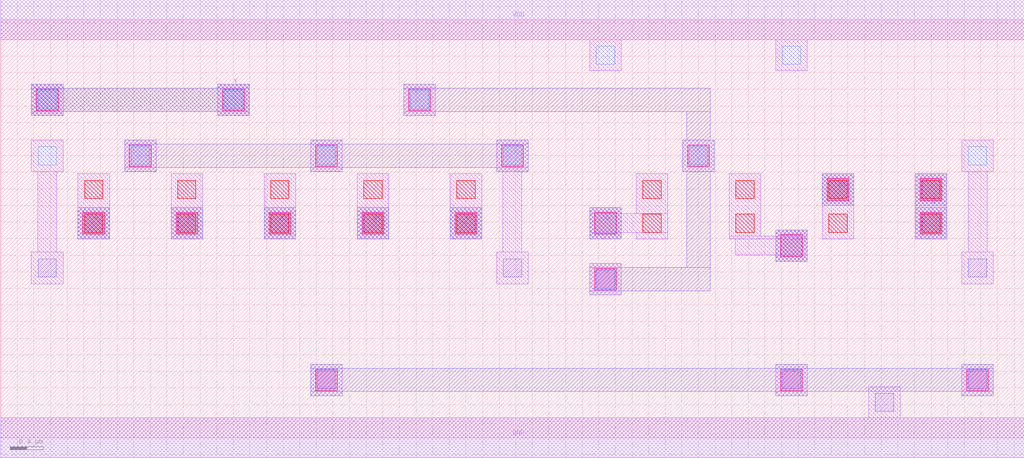
<source format=lef>
MACRO AAAOOAI3222
 CLASS CORE ;
 FOREIGN AAAOOAI3222 0 0 ;
 SIZE 12.32 BY 5.04 ;
 ORIGIN 0 0 ;
 SYMMETRY X Y R90 ;
 SITE unit ;
  PIN VDD
   DIRECTION INOUT ;
   USE POWER ;
   SHAPE ABUTMENT ;
    PORT
     CLASS CORE ;
       LAYER met1 ;
        RECT 0.00000000 4.80000000 12.32000000 5.28000000 ;
    END
  END VDD

  PIN GND
   DIRECTION INOUT ;
   USE POWER ;
   SHAPE ABUTMENT ;
    PORT
     CLASS CORE ;
       LAYER met1 ;
        RECT 0.00000000 -0.24000000 12.32000000 0.24000000 ;
    END
  END GND

  PIN Y
   DIRECTION INOUT ;
   USE SIGNAL ;
   SHAPE ABUTMENT ;
    PORT
     CLASS CORE ;
       LAYER met2 ;
        RECT 0.37000000 3.88200000 0.75000000 3.93200000 ;
        RECT 2.61000000 3.88200000 2.99000000 3.93200000 ;
        RECT 0.37000000 3.93200000 2.99000000 4.21200000 ;
        RECT 0.37000000 4.21200000 0.75000000 4.26200000 ;
        RECT 2.61000000 4.21200000 2.99000000 4.26200000 ;
    END
  END Y

  PIN D1
   DIRECTION INOUT ;
   USE SIGNAL ;
   SHAPE ABUTMENT ;
    PORT
     CLASS CORE ;
       LAYER met2 ;
        RECT 9.89000000 2.80200000 10.27000000 3.18200000 ;
    END
  END D1

  PIN A1
   DIRECTION INOUT ;
   USE SIGNAL ;
   SHAPE ABUTMENT ;
    PORT
     CLASS CORE ;
       LAYER met2 ;
        RECT 2.05000000 2.39700000 2.43000000 2.77700000 ;
    END
  END A1

  PIN B
   DIRECTION INOUT ;
   USE SIGNAL ;
   SHAPE ABUTMENT ;
    PORT
     CLASS CORE ;
       LAYER met2 ;
        RECT 5.41000000 2.39700000 5.79000000 2.77700000 ;
    END
  END B

  PIN C1
   DIRECTION INOUT ;
   USE SIGNAL ;
   SHAPE ABUTMENT ;
    PORT
     CLASS CORE ;
       LAYER met2 ;
        RECT 9.33000000 2.12700000 9.71000000 2.50700000 ;
    END
  END C1

  PIN A2
   DIRECTION INOUT ;
   USE SIGNAL ;
   SHAPE ABUTMENT ;
    PORT
     CLASS CORE ;
       LAYER met2 ;
        RECT 3.17000000 2.39700000 3.55000000 2.77700000 ;
    END
  END A2

  PIN B1
   DIRECTION INOUT ;
   USE SIGNAL ;
   SHAPE ABUTMENT ;
    PORT
     CLASS CORE ;
       LAYER met2 ;
        RECT 4.29000000 2.39700000 4.67000000 2.77700000 ;
    END
  END B1

  PIN A
   DIRECTION INOUT ;
   USE SIGNAL ;
   SHAPE ABUTMENT ;
    PORT
     CLASS CORE ;
       LAYER met2 ;
        RECT 0.93000000 2.39700000 1.31000000 2.77700000 ;
    END
  END A

  PIN D
   DIRECTION INOUT ;
   USE SIGNAL ;
   SHAPE ABUTMENT ;
    PORT
     CLASS CORE ;
       LAYER met2 ;
        RECT 11.01000000 2.39700000 11.39000000 3.18200000 ;
    END
  END D

  PIN C
   DIRECTION INOUT ;
   USE SIGNAL ;
   SHAPE ABUTMENT ;
    PORT
     CLASS CORE ;
       LAYER met2 ;
        RECT 7.09000000 2.39700000 7.47000000 2.77700000 ;
    END
  END C

 OBS
    LAYER polycont ;
     RECT 1.01000000 2.47700000 1.23000000 2.69700000 ;
     RECT 2.13000000 2.47700000 2.35000000 2.69700000 ;
     RECT 3.25000000 2.47700000 3.47000000 2.69700000 ;
     RECT 4.37000000 2.47700000 4.59000000 2.69700000 ;
     RECT 5.49000000 2.47700000 5.71000000 2.69700000 ;
     RECT 7.73000000 2.47700000 7.95000000 2.69700000 ;
     RECT 8.85000000 2.47700000 9.07000000 2.69700000 ;
     RECT 9.97000000 2.47700000 10.19000000 2.69700000 ;
     RECT 11.09000000 2.47700000 11.31000000 2.69700000 ;
     RECT 1.01000000 2.88200000 1.23000000 3.10200000 ;
     RECT 2.13000000 2.88200000 2.35000000 3.10200000 ;
     RECT 3.25000000 2.88200000 3.47000000 3.10200000 ;
     RECT 4.37000000 2.88200000 4.59000000 3.10200000 ;
     RECT 5.49000000 2.88200000 5.71000000 3.10200000 ;
     RECT 7.73000000 2.88200000 7.95000000 3.10200000 ;
     RECT 8.85000000 2.88200000 9.07000000 3.10200000 ;
     RECT 9.97000000 2.88200000 10.19000000 3.10200000 ;
     RECT 11.09000000 2.88200000 11.31000000 3.10200000 ;

    LAYER pdiffc ;
     RECT 0.45000000 3.28700000 0.67000000 3.50700000 ;
     RECT 1.57000000 3.28700000 1.79000000 3.50700000 ;
     RECT 3.81000000 3.28700000 4.03000000 3.50700000 ;
     RECT 6.05000000 3.28700000 6.27000000 3.50700000 ;
     RECT 8.29000000 3.28700000 8.51000000 3.50700000 ;
     RECT 11.65000000 3.28700000 11.87000000 3.50700000 ;
     RECT 0.45000000 3.96200000 0.67000000 4.18200000 ;
     RECT 2.69000000 3.96200000 2.91000000 4.18200000 ;
     RECT 4.93000000 3.96200000 5.15000000 4.18200000 ;
     RECT 7.17000000 4.50200000 7.39000000 4.72200000 ;
     RECT 9.41000000 4.50200000 9.63000000 4.72200000 ;

    LAYER ndiffc ;
     RECT 10.53000000 0.31700000 10.75000000 0.53700000 ;
     RECT 3.81000000 0.58700000 4.03000000 0.80700000 ;
     RECT 9.41000000 0.58700000 9.63000000 0.80700000 ;
     RECT 11.65000000 0.58700000 11.87000000 0.80700000 ;
     RECT 7.17000000 1.80200000 7.39000000 2.02200000 ;
     RECT 0.45000000 1.93700000 0.67000000 2.15700000 ;
     RECT 6.05000000 1.93700000 6.27000000 2.15700000 ;
     RECT 11.65000000 1.93700000 11.87000000 2.15700000 ;

    LAYER met1 ;
     RECT 0.00000000 -0.24000000 12.32000000 0.24000000 ;
     RECT 10.45000000 0.24000000 10.83000000 0.61700000 ;
     RECT 3.73000000 0.50700000 4.11000000 0.88700000 ;
     RECT 9.33000000 0.50700000 9.71000000 0.88700000 ;
     RECT 11.57000000 0.50700000 11.95000000 0.88700000 ;
     RECT 7.09000000 1.72200000 7.47000000 2.10200000 ;
     RECT 11.01000000 2.39700000 11.39000000 2.77700000 ;
     RECT 0.93000000 2.39700000 1.31000000 3.18200000 ;
     RECT 2.05000000 2.39700000 2.43000000 3.18200000 ;
     RECT 3.17000000 2.39700000 3.55000000 3.18200000 ;
     RECT 4.29000000 2.39700000 4.67000000 3.18200000 ;
     RECT 5.41000000 2.39700000 5.79000000 3.18200000 ;
     RECT 7.09000000 2.39700000 7.47000000 2.47200000 ;
     RECT 7.65000000 2.39700000 8.03000000 2.47200000 ;
     RECT 7.09000000 2.47200000 8.03000000 2.70200000 ;
     RECT 7.09000000 2.70200000 7.47000000 2.77700000 ;
     RECT 7.65000000 2.70200000 8.03000000 3.18200000 ;
     RECT 9.33000000 2.12700000 9.71000000 2.20200000 ;
     RECT 8.84500000 2.20200000 9.71000000 2.39700000 ;
     RECT 8.77000000 2.39700000 9.71000000 2.43200000 ;
     RECT 9.33000000 2.43200000 9.71000000 2.50700000 ;
     RECT 8.77000000 2.43200000 9.15000000 3.18200000 ;
     RECT 9.89000000 2.39700000 10.27000000 3.18200000 ;
     RECT 11.01000000 2.80200000 11.39000000 3.18200000 ;
     RECT 0.37000000 1.85700000 0.75000000 2.23700000 ;
     RECT 0.44500000 2.23700000 0.67500000 3.20700000 ;
     RECT 0.37000000 3.20700000 0.75000000 3.58700000 ;
     RECT 1.49000000 3.20700000 1.87000000 3.58700000 ;
     RECT 3.73000000 3.20700000 4.11000000 3.58700000 ;
     RECT 5.97000000 1.85700000 6.35000000 2.23700000 ;
     RECT 6.04500000 2.23700000 6.27500000 3.20700000 ;
     RECT 5.97000000 3.20700000 6.35000000 3.58700000 ;
     RECT 8.21000000 3.20700000 8.59000000 3.58700000 ;
     RECT 11.57000000 1.85700000 11.95000000 2.23700000 ;
     RECT 11.64500000 2.23700000 11.87500000 3.20700000 ;
     RECT 11.57000000 3.20700000 11.95000000 3.58700000 ;
     RECT 0.37000000 3.88200000 0.75000000 4.26200000 ;
     RECT 2.61000000 3.88200000 2.99000000 4.26200000 ;
     RECT 4.85000000 3.88200000 5.23000000 4.26200000 ;
     RECT 7.09000000 4.42200000 7.47000000 4.80000000 ;
     RECT 9.33000000 4.42200000 9.71000000 4.80000000 ;
     RECT 0.00000000 4.80000000 12.32000000 5.28000000 ;

    LAYER via1 ;
     RECT 3.79000000 0.56700000 4.05000000 0.82700000 ;
     RECT 9.39000000 0.56700000 9.65000000 0.82700000 ;
     RECT 11.63000000 0.56700000 11.89000000 0.82700000 ;
     RECT 7.15000000 1.78200000 7.41000000 2.04200000 ;
     RECT 9.39000000 2.18700000 9.65000000 2.44700000 ;
     RECT 0.99000000 2.45700000 1.25000000 2.71700000 ;
     RECT 2.11000000 2.45700000 2.37000000 2.71700000 ;
     RECT 3.23000000 2.45700000 3.49000000 2.71700000 ;
     RECT 4.35000000 2.45700000 4.61000000 2.71700000 ;
     RECT 5.47000000 2.45700000 5.73000000 2.71700000 ;
     RECT 7.15000000 2.45700000 7.41000000 2.71700000 ;
     RECT 11.07000000 2.45700000 11.33000000 2.71700000 ;
     RECT 9.95000000 2.86200000 10.21000000 3.12200000 ;
     RECT 11.07000000 2.86200000 11.33000000 3.12200000 ;
     RECT 1.55000000 3.26700000 1.81000000 3.52700000 ;
     RECT 3.79000000 3.26700000 4.05000000 3.52700000 ;
     RECT 6.03000000 3.26700000 6.29000000 3.52700000 ;
     RECT 8.27000000 3.26700000 8.53000000 3.52700000 ;
     RECT 0.43000000 3.94200000 0.69000000 4.20200000 ;
     RECT 2.67000000 3.94200000 2.93000000 4.20200000 ;
     RECT 4.91000000 3.94200000 5.17000000 4.20200000 ;

    LAYER met2 ;
     RECT 3.73000000 0.50700000 4.11000000 0.55700000 ;
     RECT 9.33000000 0.50700000 9.71000000 0.55700000 ;
     RECT 11.57000000 0.50700000 11.95000000 0.55700000 ;
     RECT 3.73000000 0.55700000 11.95000000 0.83700000 ;
     RECT 3.73000000 0.83700000 4.11000000 0.88700000 ;
     RECT 9.33000000 0.83700000 9.71000000 0.88700000 ;
     RECT 11.57000000 0.83700000 11.95000000 0.88700000 ;
     RECT 9.33000000 2.12700000 9.71000000 2.50700000 ;
     RECT 0.93000000 2.39700000 1.31000000 2.77700000 ;
     RECT 2.05000000 2.39700000 2.43000000 2.77700000 ;
     RECT 3.17000000 2.39700000 3.55000000 2.77700000 ;
     RECT 4.29000000 2.39700000 4.67000000 2.77700000 ;
     RECT 5.41000000 2.39700000 5.79000000 2.77700000 ;
     RECT 7.09000000 2.39700000 7.47000000 2.77700000 ;
     RECT 9.89000000 2.80200000 10.27000000 3.18200000 ;
     RECT 11.01000000 2.39700000 11.39000000 3.18200000 ;
     RECT 1.49000000 3.20700000 1.87000000 3.25700000 ;
     RECT 3.73000000 3.20700000 4.11000000 3.25700000 ;
     RECT 5.97000000 3.20700000 6.35000000 3.25700000 ;
     RECT 1.49000000 3.25700000 6.35000000 3.53700000 ;
     RECT 1.49000000 3.53700000 1.87000000 3.58700000 ;
     RECT 3.73000000 3.53700000 4.11000000 3.58700000 ;
     RECT 5.97000000 3.53700000 6.35000000 3.58700000 ;
     RECT 0.37000000 3.88200000 0.75000000 3.93200000 ;
     RECT 2.61000000 3.88200000 2.99000000 3.93200000 ;
     RECT 0.37000000 3.93200000 2.99000000 4.21200000 ;
     RECT 0.37000000 4.21200000 0.75000000 4.26200000 ;
     RECT 2.61000000 4.21200000 2.99000000 4.26200000 ;
     RECT 7.09000000 1.72200000 7.47000000 1.77200000 ;
     RECT 7.09000000 1.77200000 8.54000000 2.05200000 ;
     RECT 7.09000000 2.05200000 7.47000000 2.10200000 ;
     RECT 8.26000000 2.05200000 8.54000000 3.20700000 ;
     RECT 8.21000000 3.20700000 8.59000000 3.58700000 ;
     RECT 4.85000000 3.88200000 5.23000000 3.93200000 ;
     RECT 8.26000000 3.58700000 8.54000000 3.93200000 ;
     RECT 4.85000000 3.93200000 8.54000000 4.21200000 ;
     RECT 4.85000000 4.21200000 5.23000000 4.26200000 ;

 END
END AAAOOAI3222

</source>
